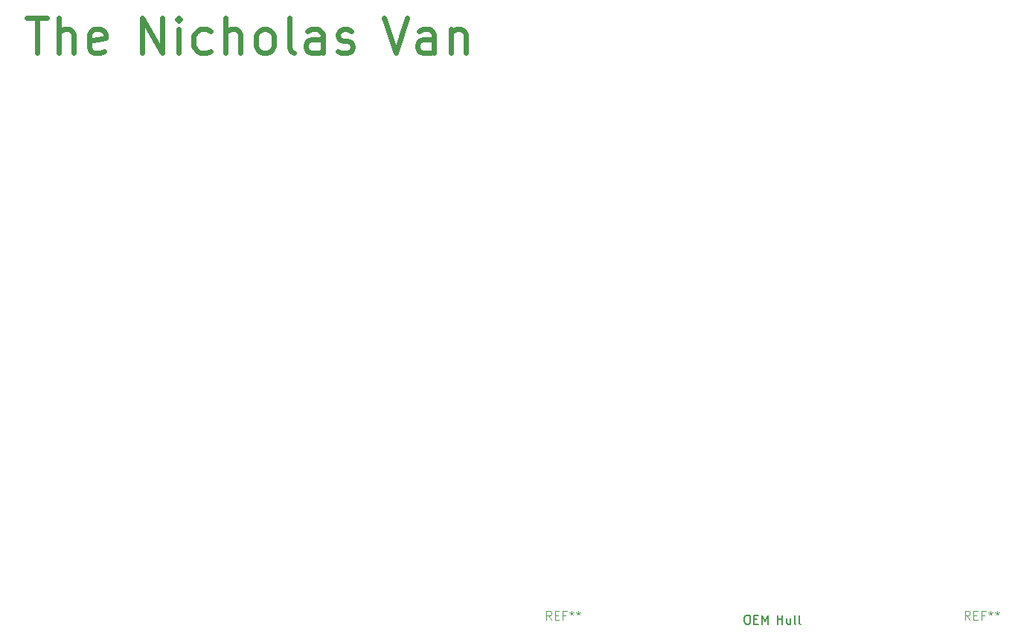
<source format=gbr>
%TF.GenerationSoftware,KiCad,Pcbnew,(7.0.0)*%
%TF.CreationDate,2023-09-29T19:28:48+02:00*%
%TF.ProjectId,Hull OEM 275u 225u,48756c6c-204f-4454-9d20-323735752032,rev?*%
%TF.SameCoordinates,Original*%
%TF.FileFunction,Legend,Top*%
%TF.FilePolarity,Positive*%
%FSLAX46Y46*%
G04 Gerber Fmt 4.6, Leading zero omitted, Abs format (unit mm)*
G04 Created by KiCad (PCBNEW (7.0.0)) date 2023-09-29 19:28:48*
%MOMM*%
%LPD*%
G01*
G04 APERTURE LIST*
%ADD10C,0.150000*%
%ADD11C,0.600000*%
%ADD12C,0.100000*%
G04 APERTURE END LIST*
D10*
X142337202Y-134304880D02*
X142527678Y-134304880D01*
X142527678Y-134304880D02*
X142622916Y-134352500D01*
X142622916Y-134352500D02*
X142718154Y-134447738D01*
X142718154Y-134447738D02*
X142765773Y-134638214D01*
X142765773Y-134638214D02*
X142765773Y-134971547D01*
X142765773Y-134971547D02*
X142718154Y-135162023D01*
X142718154Y-135162023D02*
X142622916Y-135257261D01*
X142622916Y-135257261D02*
X142527678Y-135304880D01*
X142527678Y-135304880D02*
X142337202Y-135304880D01*
X142337202Y-135304880D02*
X142241964Y-135257261D01*
X142241964Y-135257261D02*
X142146726Y-135162023D01*
X142146726Y-135162023D02*
X142099107Y-134971547D01*
X142099107Y-134971547D02*
X142099107Y-134638214D01*
X142099107Y-134638214D02*
X142146726Y-134447738D01*
X142146726Y-134447738D02*
X142241964Y-134352500D01*
X142241964Y-134352500D02*
X142337202Y-134304880D01*
X143194345Y-134781071D02*
X143527678Y-134781071D01*
X143670535Y-135304880D02*
X143194345Y-135304880D01*
X143194345Y-135304880D02*
X143194345Y-134304880D01*
X143194345Y-134304880D02*
X143670535Y-134304880D01*
X144099107Y-135304880D02*
X144099107Y-134304880D01*
X144099107Y-134304880D02*
X144432440Y-135019166D01*
X144432440Y-135019166D02*
X144765773Y-134304880D01*
X144765773Y-134304880D02*
X144765773Y-135304880D01*
X145841964Y-135304880D02*
X145841964Y-134304880D01*
X145841964Y-134781071D02*
X146413392Y-134781071D01*
X146413392Y-135304880D02*
X146413392Y-134304880D01*
X147318154Y-134638214D02*
X147318154Y-135304880D01*
X146889583Y-134638214D02*
X146889583Y-135162023D01*
X146889583Y-135162023D02*
X146937202Y-135257261D01*
X146937202Y-135257261D02*
X147032440Y-135304880D01*
X147032440Y-135304880D02*
X147175297Y-135304880D01*
X147175297Y-135304880D02*
X147270535Y-135257261D01*
X147270535Y-135257261D02*
X147318154Y-135209642D01*
X147937202Y-135304880D02*
X147841964Y-135257261D01*
X147841964Y-135257261D02*
X147794345Y-135162023D01*
X147794345Y-135162023D02*
X147794345Y-134304880D01*
X148461012Y-135304880D02*
X148365774Y-135257261D01*
X148365774Y-135257261D02*
X148318155Y-135162023D01*
X148318155Y-135162023D02*
X148318155Y-134304880D01*
D11*
X60467857Y-66304816D02*
X62753571Y-66304816D01*
X61610714Y-70304816D02*
X61610714Y-66304816D01*
X64086904Y-70304816D02*
X64086904Y-66304816D01*
X65801190Y-70304816D02*
X65801190Y-68209578D01*
X65801190Y-68209578D02*
X65610714Y-67828626D01*
X65610714Y-67828626D02*
X65229762Y-67638150D01*
X65229762Y-67638150D02*
X64658333Y-67638150D01*
X64658333Y-67638150D02*
X64277381Y-67828626D01*
X64277381Y-67828626D02*
X64086904Y-68019102D01*
X69229762Y-70114340D02*
X68848810Y-70304816D01*
X68848810Y-70304816D02*
X68086905Y-70304816D01*
X68086905Y-70304816D02*
X67705952Y-70114340D01*
X67705952Y-70114340D02*
X67515476Y-69733388D01*
X67515476Y-69733388D02*
X67515476Y-68209578D01*
X67515476Y-68209578D02*
X67705952Y-67828626D01*
X67705952Y-67828626D02*
X68086905Y-67638150D01*
X68086905Y-67638150D02*
X68848810Y-67638150D01*
X68848810Y-67638150D02*
X69229762Y-67828626D01*
X69229762Y-67828626D02*
X69420238Y-68209578D01*
X69420238Y-68209578D02*
X69420238Y-68590531D01*
X69420238Y-68590531D02*
X67515476Y-68971483D01*
X73534523Y-70304816D02*
X73534523Y-66304816D01*
X73534523Y-66304816D02*
X75820238Y-70304816D01*
X75820238Y-70304816D02*
X75820238Y-66304816D01*
X77724999Y-70304816D02*
X77724999Y-67638150D01*
X77724999Y-66304816D02*
X77534523Y-66495293D01*
X77534523Y-66495293D02*
X77724999Y-66685769D01*
X77724999Y-66685769D02*
X77915476Y-66495293D01*
X77915476Y-66495293D02*
X77724999Y-66304816D01*
X77724999Y-66304816D02*
X77724999Y-66685769D01*
X81344047Y-70114340D02*
X80963095Y-70304816D01*
X80963095Y-70304816D02*
X80201190Y-70304816D01*
X80201190Y-70304816D02*
X79820238Y-70114340D01*
X79820238Y-70114340D02*
X79629761Y-69923864D01*
X79629761Y-69923864D02*
X79439285Y-69542912D01*
X79439285Y-69542912D02*
X79439285Y-68400054D01*
X79439285Y-68400054D02*
X79629761Y-68019102D01*
X79629761Y-68019102D02*
X79820238Y-67828626D01*
X79820238Y-67828626D02*
X80201190Y-67638150D01*
X80201190Y-67638150D02*
X80963095Y-67638150D01*
X80963095Y-67638150D02*
X81344047Y-67828626D01*
X83058332Y-70304816D02*
X83058332Y-66304816D01*
X84772618Y-70304816D02*
X84772618Y-68209578D01*
X84772618Y-68209578D02*
X84582142Y-67828626D01*
X84582142Y-67828626D02*
X84201190Y-67638150D01*
X84201190Y-67638150D02*
X83629761Y-67638150D01*
X83629761Y-67638150D02*
X83248809Y-67828626D01*
X83248809Y-67828626D02*
X83058332Y-68019102D01*
X87248809Y-70304816D02*
X86867857Y-70114340D01*
X86867857Y-70114340D02*
X86677380Y-69923864D01*
X86677380Y-69923864D02*
X86486904Y-69542912D01*
X86486904Y-69542912D02*
X86486904Y-68400054D01*
X86486904Y-68400054D02*
X86677380Y-68019102D01*
X86677380Y-68019102D02*
X86867857Y-67828626D01*
X86867857Y-67828626D02*
X87248809Y-67638150D01*
X87248809Y-67638150D02*
X87820238Y-67638150D01*
X87820238Y-67638150D02*
X88201190Y-67828626D01*
X88201190Y-67828626D02*
X88391666Y-68019102D01*
X88391666Y-68019102D02*
X88582142Y-68400054D01*
X88582142Y-68400054D02*
X88582142Y-69542912D01*
X88582142Y-69542912D02*
X88391666Y-69923864D01*
X88391666Y-69923864D02*
X88201190Y-70114340D01*
X88201190Y-70114340D02*
X87820238Y-70304816D01*
X87820238Y-70304816D02*
X87248809Y-70304816D01*
X90867857Y-70304816D02*
X90486905Y-70114340D01*
X90486905Y-70114340D02*
X90296428Y-69733388D01*
X90296428Y-69733388D02*
X90296428Y-66304816D01*
X94105952Y-70304816D02*
X94105952Y-68209578D01*
X94105952Y-68209578D02*
X93915476Y-67828626D01*
X93915476Y-67828626D02*
X93534524Y-67638150D01*
X93534524Y-67638150D02*
X92772619Y-67638150D01*
X92772619Y-67638150D02*
X92391666Y-67828626D01*
X94105952Y-70114340D02*
X93725000Y-70304816D01*
X93725000Y-70304816D02*
X92772619Y-70304816D01*
X92772619Y-70304816D02*
X92391666Y-70114340D01*
X92391666Y-70114340D02*
X92201190Y-69733388D01*
X92201190Y-69733388D02*
X92201190Y-69352435D01*
X92201190Y-69352435D02*
X92391666Y-68971483D01*
X92391666Y-68971483D02*
X92772619Y-68781007D01*
X92772619Y-68781007D02*
X93725000Y-68781007D01*
X93725000Y-68781007D02*
X94105952Y-68590531D01*
X95820238Y-70114340D02*
X96201191Y-70304816D01*
X96201191Y-70304816D02*
X96963095Y-70304816D01*
X96963095Y-70304816D02*
X97344048Y-70114340D01*
X97344048Y-70114340D02*
X97534524Y-69733388D01*
X97534524Y-69733388D02*
X97534524Y-69542912D01*
X97534524Y-69542912D02*
X97344048Y-69161959D01*
X97344048Y-69161959D02*
X96963095Y-68971483D01*
X96963095Y-68971483D02*
X96391667Y-68971483D01*
X96391667Y-68971483D02*
X96010714Y-68781007D01*
X96010714Y-68781007D02*
X95820238Y-68400054D01*
X95820238Y-68400054D02*
X95820238Y-68209578D01*
X95820238Y-68209578D02*
X96010714Y-67828626D01*
X96010714Y-67828626D02*
X96391667Y-67638150D01*
X96391667Y-67638150D02*
X96963095Y-67638150D01*
X96963095Y-67638150D02*
X97344048Y-67828626D01*
X101077381Y-66304816D02*
X102410714Y-70304816D01*
X102410714Y-70304816D02*
X103744048Y-66304816D01*
X106791666Y-70304816D02*
X106791666Y-68209578D01*
X106791666Y-68209578D02*
X106601190Y-67828626D01*
X106601190Y-67828626D02*
X106220238Y-67638150D01*
X106220238Y-67638150D02*
X105458333Y-67638150D01*
X105458333Y-67638150D02*
X105077380Y-67828626D01*
X106791666Y-70114340D02*
X106410714Y-70304816D01*
X106410714Y-70304816D02*
X105458333Y-70304816D01*
X105458333Y-70304816D02*
X105077380Y-70114340D01*
X105077380Y-70114340D02*
X104886904Y-69733388D01*
X104886904Y-69733388D02*
X104886904Y-69352435D01*
X104886904Y-69352435D02*
X105077380Y-68971483D01*
X105077380Y-68971483D02*
X105458333Y-68781007D01*
X105458333Y-68781007D02*
X106410714Y-68781007D01*
X106410714Y-68781007D02*
X106791666Y-68590531D01*
X108696428Y-67638150D02*
X108696428Y-70304816D01*
X108696428Y-68019102D02*
X108886905Y-67828626D01*
X108886905Y-67828626D02*
X109267857Y-67638150D01*
X109267857Y-67638150D02*
X109839286Y-67638150D01*
X109839286Y-67638150D02*
X110220238Y-67828626D01*
X110220238Y-67828626D02*
X110410714Y-68209578D01*
X110410714Y-68209578D02*
X110410714Y-70304816D01*
D12*
%TO.C,REF\u002A\u002A*%
X120110416Y-134804880D02*
X119777083Y-134328690D01*
X119538988Y-134804880D02*
X119538988Y-133804880D01*
X119538988Y-133804880D02*
X119919940Y-133804880D01*
X119919940Y-133804880D02*
X120015178Y-133852500D01*
X120015178Y-133852500D02*
X120062797Y-133900119D01*
X120062797Y-133900119D02*
X120110416Y-133995357D01*
X120110416Y-133995357D02*
X120110416Y-134138214D01*
X120110416Y-134138214D02*
X120062797Y-134233452D01*
X120062797Y-134233452D02*
X120015178Y-134281071D01*
X120015178Y-134281071D02*
X119919940Y-134328690D01*
X119919940Y-134328690D02*
X119538988Y-134328690D01*
X120538988Y-134281071D02*
X120872321Y-134281071D01*
X121015178Y-134804880D02*
X120538988Y-134804880D01*
X120538988Y-134804880D02*
X120538988Y-133804880D01*
X120538988Y-133804880D02*
X121015178Y-133804880D01*
X121777083Y-134281071D02*
X121443750Y-134281071D01*
X121443750Y-134804880D02*
X121443750Y-133804880D01*
X121443750Y-133804880D02*
X121919940Y-133804880D01*
X122443750Y-133804880D02*
X122443750Y-134042976D01*
X122205655Y-133947738D02*
X122443750Y-134042976D01*
X122443750Y-134042976D02*
X122681845Y-133947738D01*
X122300893Y-134233452D02*
X122443750Y-134042976D01*
X122443750Y-134042976D02*
X122586607Y-134233452D01*
X123205655Y-133804880D02*
X123205655Y-134042976D01*
X122967560Y-133947738D02*
X123205655Y-134042976D01*
X123205655Y-134042976D02*
X123443750Y-133947738D01*
X123062798Y-134233452D02*
X123205655Y-134042976D01*
X123205655Y-134042976D02*
X123348512Y-134233452D01*
X167735416Y-134804880D02*
X167402083Y-134328690D01*
X167163988Y-134804880D02*
X167163988Y-133804880D01*
X167163988Y-133804880D02*
X167544940Y-133804880D01*
X167544940Y-133804880D02*
X167640178Y-133852500D01*
X167640178Y-133852500D02*
X167687797Y-133900119D01*
X167687797Y-133900119D02*
X167735416Y-133995357D01*
X167735416Y-133995357D02*
X167735416Y-134138214D01*
X167735416Y-134138214D02*
X167687797Y-134233452D01*
X167687797Y-134233452D02*
X167640178Y-134281071D01*
X167640178Y-134281071D02*
X167544940Y-134328690D01*
X167544940Y-134328690D02*
X167163988Y-134328690D01*
X168163988Y-134281071D02*
X168497321Y-134281071D01*
X168640178Y-134804880D02*
X168163988Y-134804880D01*
X168163988Y-134804880D02*
X168163988Y-133804880D01*
X168163988Y-133804880D02*
X168640178Y-133804880D01*
X169402083Y-134281071D02*
X169068750Y-134281071D01*
X169068750Y-134804880D02*
X169068750Y-133804880D01*
X169068750Y-133804880D02*
X169544940Y-133804880D01*
X170068750Y-133804880D02*
X170068750Y-134042976D01*
X169830655Y-133947738D02*
X170068750Y-134042976D01*
X170068750Y-134042976D02*
X170306845Y-133947738D01*
X169925893Y-134233452D02*
X170068750Y-134042976D01*
X170068750Y-134042976D02*
X170211607Y-134233452D01*
X170830655Y-133804880D02*
X170830655Y-134042976D01*
X170592560Y-133947738D02*
X170830655Y-134042976D01*
X170830655Y-134042976D02*
X171068750Y-133947738D01*
X170687798Y-134233452D02*
X170830655Y-134042976D01*
X170830655Y-134042976D02*
X170973512Y-134233452D01*
%TD*%
M02*

</source>
